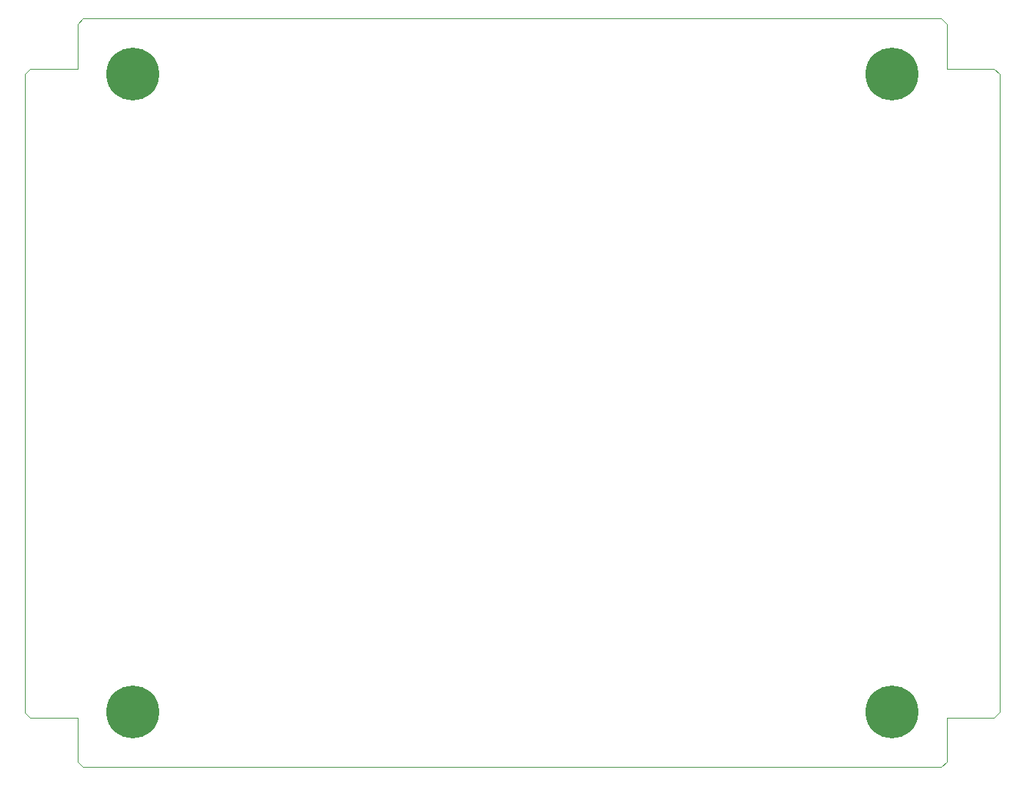
<source format=gbr>
%TF.GenerationSoftware,KiCad,Pcbnew,(5.1.6-0-10_14)*%
%TF.CreationDate,2020-10-12T07:31:40+01:00*%
%TF.ProjectId,ActiveMixerPedalWithDigitalPeakDetector,41637469-7665-44d6-9978-657250656461,rev?*%
%TF.SameCoordinates,Original*%
%TF.FileFunction,Soldermask,Bot*%
%TF.FilePolarity,Negative*%
%FSLAX46Y46*%
G04 Gerber Fmt 4.6, Leading zero omitted, Abs format (unit mm)*
G04 Created by KiCad (PCBNEW (5.1.6-0-10_14)) date 2020-10-12 07:31:40*
%MOMM*%
%LPD*%
G01*
G04 APERTURE LIST*
%TA.AperFunction,Profile*%
%ADD10C,0.050000*%
%TD*%
%ADD11C,6.100000*%
G04 APERTURE END LIST*
D10*
X148590000Y-140335000D02*
X147955000Y-140970000D01*
X148590000Y-135255000D02*
X148590000Y-140335000D01*
X154051000Y-135255000D02*
X148590000Y-135255000D01*
X154686000Y-134620000D02*
X154051000Y-135255000D01*
X154686000Y-60960000D02*
X154686000Y-134620000D01*
X154051000Y-60325000D02*
X154686000Y-60960000D01*
X148590000Y-60325000D02*
X154051000Y-60325000D01*
X148590000Y-55181500D02*
X148590000Y-60325000D01*
X147955000Y-54546500D02*
X148590000Y-55181500D01*
X48895000Y-54546500D02*
X147955000Y-54546500D01*
X48260000Y-55181500D02*
X48895000Y-54546500D01*
X48260000Y-60325000D02*
X48260000Y-55181500D01*
X42799000Y-60325000D02*
X48260000Y-60325000D01*
X42164000Y-60960000D02*
X42799000Y-60325000D01*
X42164000Y-134683500D02*
X42164000Y-60960000D01*
X42799000Y-135318500D02*
X42164000Y-134683500D01*
X48260000Y-135318500D02*
X42799000Y-135318500D01*
X48260000Y-140335000D02*
X48260000Y-135318500D01*
X48895000Y-140970000D02*
X48260000Y-140335000D01*
X147955000Y-140970000D02*
X48895000Y-140970000D01*
D11*
%TO.C,REF\u002A\u002A*%
X54610000Y-60960000D03*
%TD*%
%TO.C,REF\u002A\u002A*%
X54610000Y-134620000D03*
%TD*%
%TO.C,REF\u002A\u002A*%
X142240000Y-60960000D03*
%TD*%
%TO.C,REF\u002A\u002A*%
X142240000Y-134620000D03*
%TD*%
M02*

</source>
